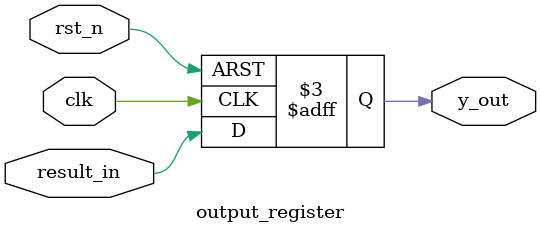
<source format=sv>
module xor_behavioral(
    input wire clk,       // Clock input
    input wire rst_n,     // Reset input, active low
    input wire a,         // Input operand A
    input wire b,         // Input operand B
    output wire y_out     // Output result
);
    // Internal connections between pipeline stages
    wire a_reg, b_reg;
    wire a_neg, b_neg;
    wire term1, term2;
    wire y_result;

    // Instantiate Stage 1: Input Registration
    input_register stage1 (
        .clk(clk),
        .rst_n(rst_n),
        .a_in(a),
        .b_in(b),
        .a_out(a_reg),
        .b_out(b_reg)
    );

    // Instantiate Stage 2: Signal Negation
    signal_negation stage2 (
        .clk(clk),
        .rst_n(rst_n),
        .a_in(a_reg),
        .b_in(b_reg),
        .a_neg_out(a_neg),
        .b_neg_out(b_neg)
    );

    // Instantiate Stage 3: Term Calculation
    term_calculator stage3 (
        .clk(clk),
        .rst_n(rst_n),
        .a_in(a_reg),
        .b_in(b_reg),
        .a_neg_in(a_neg),
        .b_neg_in(b_neg),
        .term1_out(term1),
        .term2_out(term2)
    );

    // Instantiate Stage 4: Result Combination
    result_combiner stage4 (
        .clk(clk),
        .rst_n(rst_n),
        .term1_in(term1),
        .term2_in(term2),
        .result_out(y_result)
    );

    // Instantiate Final Stage: Output Registration
    output_register stage5 (
        .clk(clk),
        .rst_n(rst_n),
        .result_in(y_result),
        .y_out(y_out)
    );

endmodule

// Stage 1: Input registration module
module input_register (
    input wire clk,
    input wire rst_n,
    input wire a_in,
    input wire b_in,
    output reg a_out,
    output reg b_out
);
    // Register inputs to break timing path
    always @(posedge clk or negedge rst_n) begin
        if (!rst_n) begin
            a_out <= 1'b0;
            b_out <= 1'b0;
        end else begin
            a_out <= a_in;
            b_out <= b_in;
        end
    end
endmodule

// Stage 2: Signal negation module
module signal_negation (
    input wire clk,
    input wire rst_n,
    input wire a_in,
    input wire b_in,
    output reg a_neg_out,
    output reg b_neg_out
);
    // Generate negated signals
    always @(posedge clk or negedge rst_n) begin
        if (!rst_n) begin
            a_neg_out <= 1'b0;
            b_neg_out <= 1'b0;
        end else begin
            a_neg_out <= ~a_in;
            b_neg_out <= ~b_in;
        end
    end
endmodule

// Stage 3: Term calculation module
module term_calculator (
    input wire clk,
    input wire rst_n,
    input wire a_in,
    input wire b_in,
    input wire a_neg_in,
    input wire b_neg_in,
    output reg term1_out,
    output reg term2_out
);
    // Calculate intermediate terms for XOR operation
    always @(posedge clk or negedge rst_n) begin
        if (!rst_n) begin
            term1_out <= 1'b0;
            term2_out <= 1'b0;
        end else begin
            term1_out <= a_in & b_neg_in;    // a & ~b
            term2_out <= a_neg_in & b_in;    // ~a & b
        end
    end
endmodule

// Stage 4: Result combination module
module result_combiner (
    input wire clk,
    input wire rst_n,
    input wire term1_in,
    input wire term2_in,
    output reg result_out
);
    // Combine terms to produce result
    always @(posedge clk or negedge rst_n) begin
        if (!rst_n) begin
            result_out <= 1'b0;
        end else begin
            result_out <= term1_in | term2_in;
        end
    end
endmodule

// Final Stage: Output registration module
module output_register (
    input wire clk,
    input wire rst_n,
    input wire result_in,
    output reg y_out
);
    // Final output registration
    always @(posedge clk or negedge rst_n) begin
        if (!rst_n) begin
            y_out <= 1'b0;
        end else begin
            y_out <= result_in;
        end
    end
endmodule
</source>
